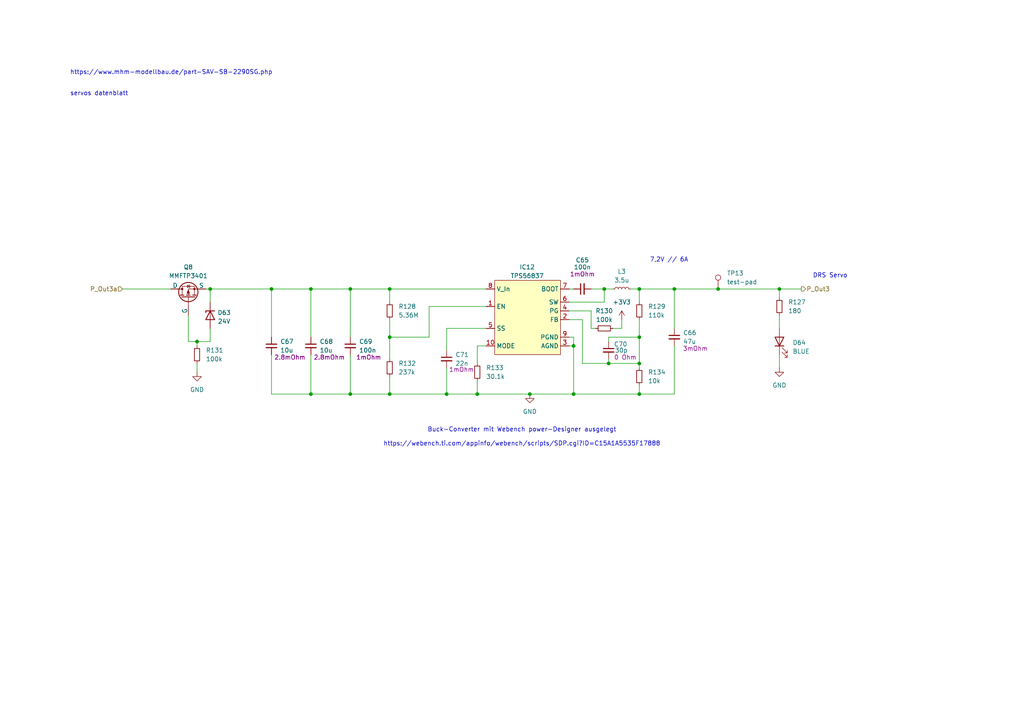
<source format=kicad_sch>
(kicad_sch (version 20231120) (generator "eeschema") (generator_version "8.0")
  (paper "A4")
  (title_block (title "PDU FT25") (date "2024-11-23") (rev "V1.1") (company "Janek Herm") (comment 1 "FaSTTUBe Electronics"))
  (lib_symbols
    (symbol "Connector:TestPoint" (pin_numbers hide) (pin_names (offset 0.762) hide)
      (property "Reference" "TP" (at 0 6.858 0))
      (property "Value" "TestPoint" (at 0 5.08 0))
      (symbol "TestPoint_0_1"
        (circle (center 0 3.302) (radius 0.762))
      )
      (symbol "TestPoint_1_1"
        (pin passive line (at 0 0 90) (length 2.54) (name "1") (number "1"))
      )
    )
    (symbol "Device:C_Small" (pin_numbers hide) (pin_names (offset 0.254) hide)
      (property "Reference" "C" (at 0.254 1.778 0))
      (property "Value" "C_Small" (at 0.254 -2.032 0))
      (symbol "C_Small_0_1"
        (polyline (pts (xy -1.524 -0.508) (xy 1.524 -0.508)) (stroke (width 0.3302)))
        (polyline (pts (xy -1.524 0.508) (xy 1.524 0.508)) (stroke (width 0.3048)))
      )
      (symbol "C_Small_1_1"
        (pin passive line (at 0 2.54 270) (length 2.032) (name "~") (number "1"))
        (pin passive line (at 0 -2.54 90) (length 2.032) (name "~") (number "2"))
      )
    )
    (symbol "Device:D_Zener" (pin_numbers hide) (pin_names (offset 1.016) hide)
      (property "Reference" "D" (at 0 2.54 0))
      (property "Value" "D_Zener" (at 0 -2.54 0))
      (symbol "D_Zener_0_1"
        (polyline (pts (xy 1.27 0) (xy -1.27 0)))
        (polyline (pts (xy -1.27 -1.27) (xy -1.27 1.27) (xy -0.762 1.27)) (stroke (width 0.254)))
        (polyline (pts (xy 1.27 -1.27) (xy 1.27 1.27) (xy -1.27 0) (xy 1.27 -1.27)) (stroke (width 0.254)))
      )
      (symbol "D_Zener_1_1"
        (pin passive line (at -3.81 0 0) (length 2.54) (name "K") (number "1"))
        (pin passive line (at 3.81 0 180) (length 2.54) (name "A") (number "2"))
      )
    )
    (symbol "Device:LED" (pin_numbers hide) (pin_names (offset 1.016) hide)
      (property "Reference" "D" (at 0 2.54 0))
      (property "Value" "LED" (at 0 -2.54 0))
      (symbol "LED_0_1"
        (polyline (pts (xy -1.27 -1.27) (xy -1.27 1.27)) (stroke (width 0.254)))
        (polyline (pts (xy -1.27 0) (xy 1.27 0)))
        (polyline (pts (xy 1.27 -1.27) (xy 1.27 1.27) (xy -1.27 0) (xy 1.27 -1.27)) (stroke (width 0.254)))
        (polyline (pts (xy -3.048 -0.762) (xy -4.572 -2.286) (xy -3.81 -2.286) (xy -4.572 -2.286) (xy -4.572 -1.524)))
        (polyline (pts (xy -1.778 -0.762) (xy -3.302 -2.286) (xy -2.54 -2.286) (xy -3.302 -2.286) (xy -3.302 -1.524)))
      )
      (symbol "LED_1_1"
        (pin passive line (at -3.81 0 0) (length 2.54) (name "K") (number "1"))
        (pin passive line (at 3.81 0 180) (length 2.54) (name "A") (number "2"))
      )
    )
    (symbol "Device:L_Small" (pin_numbers hide) (pin_names (offset 0.254) hide)
      (property "Reference" "L" (at 0.762 1.016 0))
      (property "Value" "L_Small" (at 0.762 -1.016 0))
      (symbol "L_Small_0_1"
        (arc (start 0 -2.032) (mid 0.5058 -1.524) (end 0 -1.016))
        (arc (start 0 -1.016) (mid 0.5058 -0.508) (end 0 0))
        (arc (start 0 0) (mid 0.5058 0.508) (end 0 1.016))
        (arc (start 0 1.016) (mid 0.5058 1.524) (end 0 2.032))
      )
      (symbol "L_Small_1_1"
        (pin passive line (at 0 2.54 270) (length 0.508) (name "~") (number "1"))
        (pin passive line (at 0 -2.54 90) (length 0.508) (name "~") (number "2"))
      )
    )
    (symbol "Device:R_Small" (pin_numbers hide) (pin_names (offset 0.254) hide)
      (property "Reference" "R" (at 0.762 0.508 0))
      (property "Value" "R_Small" (at 0.762 -1.016 0))
      (symbol "R_Small_0_1"
        (rectangle (start -0.762 1.778) (end 0.762 -1.778) (stroke (width 0.2032)))
      )
      (symbol "R_Small_1_1"
        (pin passive line (at 0 2.54 270) (length 0.762) (name "~") (number "1"))
        (pin passive line (at 0 -2.54 90) (length 0.762) (name "~") (number "2"))
      )
    )
    (symbol "FaSTTUBe_Voltage_Regulators:TPS56837"
      (property "Reference" "IC" (at -3.556 10.922 0))
      (property "Value" "TPS56837" (at -3.302 8.636 0))
      (symbol "TPS56837_1_1"
        (rectangle (start -12.7 7.62) (end 6.35 -13.97) (fill (type background)))
        (pin input line (at -15.24 0 0) (length 2.54) (name "EN") (number "1"))
        (pin input line (at -15.24 -11.43 0) (length 2.54) (name "MODE") (number "10"))
        (pin input line (at 8.89 -3.81 180) (length 2.54) (name "FB") (number "2"))
        (pin input line (at 8.89 -11.43 180) (length 2.54) (name "AGND") (number "3"))
        (pin input line (at 8.89 -1.27 180) (length 2.54) (name "PG") (number "4"))
        (pin input line (at -15.24 -6.35 0) (length 2.54) (name "SS") (number "5"))
        (pin input line (at 8.89 1.27 180) (length 2.54) (name "SW") (number "6"))
        (pin input line (at 8.89 5.08 180) (length 2.54) (name "BOOT") (number "7"))
        (pin input line (at -15.24 5.08 0) (length 2.54) (name "V_In") (number "8"))
        (pin input line (at 8.89 -8.89 180) (length 2.54) (name "PGND") (number "9"))
      )
    )
    (symbol "Simulation_SPICE:PMOS" (pin_numbers hide) (pin_names (offset 0))
      (property "Reference" "Q" (at 5.08 1.27 0))
      (property "Value" "PMOS" (at 5.08 -1.27 0))
      (symbol "PMOS_0_1"
        (polyline (pts (xy 0.254 0) (xy -2.54 0)))
        (polyline (pts (xy 0.254 1.905) (xy 0.254 -1.905)) (stroke (width 0.254)))
        (polyline (pts (xy 0.762 -1.27) (xy 0.762 -2.286)) (stroke (width 0.254)))
        (polyline (pts (xy 0.762 0.508) (xy 0.762 -0.508)) (stroke (width 0.254)))
        (polyline (pts (xy 0.762 2.286) (xy 0.762 1.27)) (stroke (width 0.254)))
        (polyline (pts (xy 2.54 2.54) (xy 2.54 1.778)))
        (polyline (pts (xy 2.54 -2.54) (xy 2.54 0) (xy 0.762 0)))
        (polyline (pts (xy 0.762 1.778) (xy 3.302 1.778) (xy 3.302 -1.778) (xy 0.762 -1.778)))
        (polyline (pts (xy 2.286 0) (xy 1.27 0.381) (xy 1.27 -0.381) (xy 2.286 0)) (fill (type outline)))
        (polyline (pts (xy 2.794 -0.508) (xy 2.921 -0.381) (xy 3.683 -0.381) (xy 3.81 -0.254)))
        (polyline (pts (xy 3.302 -0.381) (xy 2.921 0.254) (xy 3.683 0.254) (xy 3.302 -0.381)))
        (circle (center 1.651 0) (radius 2.794) (stroke (width 0.254)))
        (circle (center 2.54 -1.778) (radius 0.254) (fill (type outline)))
        (circle (center 2.54 1.778) (radius 0.254) (fill (type outline)))
      )
      (symbol "PMOS_1_1"
        (pin passive line (at 2.54 5.08 270) (length 2.54) (name "D") (number "1"))
        (pin input line (at -5.08 0 0) (length 2.54) (name "G") (number "2"))
        (pin passive line (at 2.54 -5.08 90) (length 2.54) (name "S") (number "3"))
      )
    )
    (symbol "power:+3.3V" (power) (pin_numbers hide) (pin_names (offset 0) hide)
      (property "Value" "+3.3V" (at 0 3.556 0))
      (symbol "+3.3V_0_1"
        (polyline (pts (xy -0.762 1.27) (xy 0 2.54)))
        (polyline (pts (xy 0 0) (xy 0 2.54)))
        (polyline (pts (xy 0 2.54) (xy 0.762 1.27)))
      )
      (symbol "+3.3V_1_1"
        (pin power_in line (at 0 0 90) (length 0) (name "~") (number "1"))
      )
    )
    (symbol "power:GND" (power) (pin_numbers hide) (pin_names (offset 0) hide)
      (property "Value" "GND" (at 0 -3.81 0))
      (symbol "GND_0_1"
        (polyline (pts (xy 0 0) (xy 0 -1.27) (xy 1.27 -1.27) (xy 0 -2.54) (xy -1.27 -1.27) (xy 0 -1.27)))
      )
      (symbol "GND_1_1"
        (pin power_in line (at 0 0 270) (length 0) (name "~") (number "1"))
      )
    )
  )
  (junction (at 113.03 114.3))
  (junction (at 226.06 83.82))
  (junction (at 195.58 83.82))
  (junction (at 185.42 105.41))
  (junction (at 113.03 83.82))
  (junction (at 185.42 83.82))
  (junction (at 101.6 114.3))
  (junction (at 129.54 114.3))
  (junction (at 208.28 83.82))
  (junction (at 185.42 114.3))
  (junction (at 176.53 105.41))
  (junction (at 101.6 83.82))
  (junction (at 57.15 99.06))
  (junction (at 185.42 97.79))
  (junction (at 90.17 83.82))
  (junction (at 153.67 114.3))
  (junction (at 78.74 83.82))
  (junction (at 138.43 114.3))
  (junction (at 175.26 83.82))
  (junction (at 166.37 114.3))
  (junction (at 113.03 97.79))
  (junction (at 166.37 100.33))
  (junction (at 90.17 114.3))
  (junction (at 60.96 83.82))
  (wire (pts (xy 124.46 88.9) (xy 124.46 97.79)))
  (wire (pts (xy 113.03 109.22) (xy 113.03 114.3)))
  (wire (pts (xy 165.1 92.71) (xy 168.91 92.71)))
  (wire (pts (xy 166.37 100.33) (xy 166.37 114.3)))
  (wire (pts (xy 226.06 83.82) (xy 226.06 86.36)))
  (wire (pts (xy 176.53 105.41) (xy 185.42 105.41)))
  (wire (pts (xy 226.06 102.87) (xy 226.06 106.68)))
  (wire (pts (xy 180.34 95.25) (xy 180.34 92.71)))
  (wire (pts (xy 226.06 91.44) (xy 226.06 95.25)))
  (wire (pts (xy 185.42 92.71) (xy 185.42 97.79)))
  (wire (pts (xy 60.96 83.82) (xy 78.74 83.82)))
  (wire (pts (xy 101.6 102.87) (xy 101.6 114.3)))
  (wire (pts (xy 35.56 83.82) (xy 49.53 83.82)))
  (wire (pts (xy 90.17 102.87) (xy 90.17 114.3)))
  (wire (pts (xy 57.15 100.33) (xy 57.15 99.06)))
  (wire (pts (xy 90.17 83.82) (xy 90.17 97.79)))
  (wire (pts (xy 185.42 111.76) (xy 185.42 114.3)))
  (wire (pts (xy 140.97 88.9) (xy 124.46 88.9)))
  (wire (pts (xy 177.8 83.82) (xy 175.26 83.82)))
  (wire (pts (xy 171.45 90.17) (xy 171.45 95.25)))
  (wire (pts (xy 54.61 99.06) (xy 57.15 99.06)))
  (wire (pts (xy 60.96 99.06) (xy 57.15 99.06)))
  (wire (pts (xy 129.54 106.68) (xy 129.54 114.3)))
  (wire (pts (xy 101.6 83.82) (xy 101.6 97.79)))
  (wire (pts (xy 175.26 87.63) (xy 175.26 83.82)))
  (wire (pts (xy 208.28 83.82) (xy 226.06 83.82)))
  (wire (pts (xy 185.42 97.79) (xy 185.42 105.41)))
  (wire (pts (xy 185.42 83.82) (xy 185.42 87.63)))
  (wire (pts (xy 166.37 114.3) (xy 185.42 114.3)))
  (wire (pts (xy 166.37 97.79) (xy 166.37 100.33)))
  (wire (pts (xy 165.1 87.63) (xy 175.26 87.63)))
  (wire (pts (xy 59.69 83.82) (xy 60.96 83.82)))
  (wire (pts (xy 138.43 110.49) (xy 138.43 114.3)))
  (wire (pts (xy 124.46 97.79) (xy 113.03 97.79)))
  (wire (pts (xy 185.42 114.3) (xy 195.58 114.3)))
  (wire (pts (xy 226.06 83.82) (xy 232.41 83.82)))
  (wire (pts (xy 185.42 83.82) (xy 195.58 83.82)))
  (wire (pts (xy 195.58 100.33) (xy 195.58 114.3)))
  (wire (pts (xy 113.03 114.3) (xy 129.54 114.3)))
  (wire (pts (xy 138.43 114.3) (xy 153.67 114.3)))
  (wire (pts (xy 113.03 92.71) (xy 113.03 97.79)))
  (wire (pts (xy 165.1 83.82) (xy 166.37 83.82)))
  (wire (pts (xy 195.58 83.82) (xy 195.58 95.25)))
  (wire (pts (xy 176.53 105.41) (xy 176.53 104.14)))
  (wire (pts (xy 78.74 102.87) (xy 78.74 114.3)))
  (wire (pts (xy 54.61 91.44) (xy 54.61 99.06)))
  (wire (pts (xy 78.74 114.3) (xy 90.17 114.3)))
  (wire (pts (xy 57.15 105.41) (xy 57.15 107.95)))
  (wire (pts (xy 165.1 90.17) (xy 171.45 90.17)))
  (wire (pts (xy 165.1 97.79) (xy 166.37 97.79)))
  (wire (pts (xy 171.45 95.25) (xy 172.72 95.25)))
  (wire (pts (xy 165.1 100.33) (xy 166.37 100.33)))
  (wire (pts (xy 140.97 100.33) (xy 138.43 100.33)))
  (wire (pts (xy 138.43 100.33) (xy 138.43 105.41)))
  (wire (pts (xy 90.17 83.82) (xy 101.6 83.82)))
  (wire (pts (xy 185.42 105.41) (xy 185.42 106.68)))
  (wire (pts (xy 168.91 92.71) (xy 168.91 105.41)))
  (wire (pts (xy 129.54 114.3) (xy 138.43 114.3)))
  (wire (pts (xy 113.03 83.82) (xy 113.03 87.63)))
  (wire (pts (xy 182.88 83.82) (xy 185.42 83.82)))
  (wire (pts (xy 171.45 83.82) (xy 175.26 83.82)))
  (wire (pts (xy 60.96 83.82) (xy 60.96 87.63)))
  (wire (pts (xy 60.96 95.25) (xy 60.96 99.06)))
  (wire (pts (xy 177.8 95.25) (xy 180.34 95.25)))
  (wire (pts (xy 140.97 95.25) (xy 129.54 95.25)))
  (wire (pts (xy 101.6 83.82) (xy 113.03 83.82)))
  (wire (pts (xy 78.74 83.82) (xy 90.17 83.82)))
  (wire (pts (xy 78.74 83.82) (xy 78.74 97.79)))
  (wire (pts (xy 113.03 97.79) (xy 113.03 104.14)))
  (wire (pts (xy 129.54 95.25) (xy 129.54 101.6)))
  (wire (pts (xy 168.91 105.41) (xy 176.53 105.41)))
  (wire (pts (xy 176.53 97.79) (xy 176.53 99.06)))
  (wire (pts (xy 101.6 114.3) (xy 113.03 114.3)))
  (wire (pts (xy 195.58 83.82) (xy 208.28 83.82)))
  (wire (pts (xy 153.67 114.3) (xy 166.37 114.3)))
  (wire (pts (xy 113.03 83.82) (xy 140.97 83.82)))
  (wire (pts (xy 90.17 114.3) (xy 101.6 114.3)))
  (wire (pts (xy 176.53 97.79) (xy 185.42 97.79)))
  (text "DRS Servo" (at 240.792 80.01 0) (effects (font (size 1.27 1.27))))
  (text "7,2V // 6A" (at 194.056 75.438 0) (effects (font (size 1.27 1.27))))
  (text "https://www.mhm-modellbau.de/part-SAV-SB-2290SG.php\n\n\nservos datenblatt" (at 20.32 27.94 0) (effects (font (size 1.27 1.27)) (justify left bottom)))
  (text "Buck-Converter mit Webench power-Designer ausgelegt\n\nhttps://webench.ti.com/appinfo/webench/scripts/SDP.cgi?ID=C15A1A5535F17888" (at 151.384 126.746 0) (effects (font (size 1.27 1.27))))
  (hierarchical_label "P_Out3" (shape output) (at 232.41 83.82 0))
  (hierarchical_label "P_Out3a" (shape input) (at 35.56 83.82 180))
  (symbol (lib_id "Device:R_Small") (at 185.42 109.22 0) (unit 1)
    (property "Reference" "R134" (at 187.96 107.9499 0) (effects (justify left)))
    (property "Value" "10k" (at 187.96 110.4899 0) (effects (justify left)))
    (property "Footprint" "Resistor_SMD:R_0603_1608Metric_Pad0.98x0.95mm_HandSolder" (effects (hide yes)))
    (property "Description" "Resistor, small symbol" (effects (hide yes)))
  )
  (symbol (lib_id "power:GND") (at 57.15 107.95 0) (unit 1)
    (property "Reference" "#PWR0190" (effects (hide yes)))
    (property "Value" "GND" (at 57.15 113.03 0))
    (property "Description" "Power symbol creates a global label with name \"GND\" , ground" (effects (hide yes)))
  )
  (symbol (lib_id "Simulation_SPICE:PMOS") (at 54.61 86.36 90) (unit 1)
    (property "Reference" "Q8" (at 54.61 77.47 90))
    (property "Value" "MMFTP3401" (at 54.61 80.01 90))
    (property "Footprint" "Package_TO_SOT_SMD:SOT-23" (effects (hide yes)))
    (property "Datasheet" "https://diotec.com/request/datasheet/mmftp3401.pdf" (effects (hide yes)))
    (property "Description" "P-MOSFET transistor, drain/source/gate" (effects (hide yes)))
    (property "Sim.Device" "PMOS" (effects (hide yes)))
    (property "Sim.Type" "VDMOS" (effects (hide yes)))
    (property "Sim.Pins" "1=D 2=G 3=S" (effects (hide yes)))
  )
  (symbol (lib_id "Connector:TestPoint") (at 208.28 83.82 0) (unit 1)
    (property "Reference" "TP13" (at 210.82 79.2479 0) (effects (justify left)))
    (property "Value" "test-pad" (at 210.82 81.7879 0) (effects (justify left)))
    (property "Description" "test point" (effects (hide yes)))
  )
  (symbol (lib_id "Device:C_Small") (at 78.74 100.33 0) (unit 1)
    (property "Reference" "C67" (at 81.28 99.0662 0) (effects (justify left)))
    (property "Value" "10u" (at 81.28 101.6062 0) (effects (justify left)))
    (property "Footprint" "Capacitor_SMD:C_1210_3225Metric_Pad1.33x2.70mm_HandSolder" (effects (hide yes)))
    (property "Description" "Unpolarized capacitor, small symbol" (effects (hide yes)))
    (property "Resistance" "2.8mOhm" (at 84.074 103.632 0))
  )
  (symbol (lib_id "Device:LED") (at 226.06 99.06 90) (unit 1)
    (property "Reference" "D64" (at 229.87 99.3774 90) (effects (justify right)))
    (property "Value" "BLUE" (at 229.87 101.9174 90) (effects (justify right)))
    (property "Footprint" "Resistor_SMD:R_0603_1608Metric_Pad0.98x0.95mm_HandSolder" (effects (hide yes)))
    (property "Datasheet" "https://www.we-online.com/components/products/datasheet/150060BS75000.pdf" (effects (hide yes)))
    (property "Description" "Light emitting diode" (effects (hide yes)))
    (property "MPR" "150060BS75000" (effects (hide yes)))
  )
  (symbol (lib_id "Device:C_Small") (at 129.54 104.14 0) (unit 1)
    (property "Reference" "C71" (at 132.08 102.8762 0) (effects (justify left)))
    (property "Value" "22n" (at 132.08 105.4162 0) (effects (justify left)))
    (property "Footprint" "Capacitor_SMD:C_0402_1005Metric_Pad0.74x0.62mm_HandSolder" (effects (hide yes)))
    (property "Description" "Unpolarized capacitor, small symbol" (effects (hide yes)))
    (property "Resistance" "1mOhm" (at 133.858 107.188 0))
  )
  (symbol (lib_id "Device:C_Small") (at 101.6 100.33 0) (unit 1)
    (property "Reference" "C69" (at 104.14 99.0662 0) (effects (justify left)))
    (property "Value" "100n" (at 104.14 101.6062 0) (effects (justify left)))
    (property "Footprint" "Capacitor_SMD:C_0805_2012Metric_Pad1.18x1.45mm_HandSolder" (effects (hide yes)))
    (property "Description" "Unpolarized capacitor, small symbol" (effects (hide yes)))
    (property "Resistance" "1mOhm" (at 106.934 103.632 0))
  )
  (symbol (lib_id "FaSTTUBe_Voltage_Regulators:TPS56837") (at 156.21 88.9 0) (unit 1)
    (property "Reference" "IC12" (at 152.908 77.47 0))
    (property "Value" "TPS56837" (at 152.908 80.01 0))
    (property "Footprint" "FaSTTUBe_Voltage_Regulators:RPA0010A-MFG" (effects (hide yes)))
    (property "Datasheet" "https://www.ti.com/lit/ds/symlink/tps56837.pdf?ts=1731338435977" (effects (hide yes)))
  )
  (symbol (lib_id "Device:R_Small") (at 138.43 107.95 0) (unit 1)
    (property "Reference" "R133" (at 140.97 106.6799 0) (effects (justify left)))
    (property "Value" "30.1k" (at 140.97 109.2199 0) (effects (justify left)))
    (property "Footprint" "Resistor_SMD:R_0603_1608Metric_Pad0.98x0.95mm_HandSolder" (effects (hide yes)))
    (property "Description" "Resistor, small symbol" (effects (hide yes)))
  )
  (symbol (lib_id "power:GND") (at 153.67 114.3 0) (unit 1)
    (property "Reference" "#PWR0191" (effects (hide yes)))
    (property "Value" "GND" (at 153.67 119.38 0))
    (property "Description" "Power symbol creates a global label with name \"GND\" , ground" (effects (hide yes)))
  )
  (symbol (lib_id "Device:C_Small") (at 195.58 97.79 0) (unit 1)
    (property "Reference" "C66" (at 198.12 96.5262 0) (effects (justify left)))
    (property "Value" "47u" (at 198.12 99.0662 0) (effects (justify left)))
    (property "Footprint" "Capacitor_SMD:C_1210_3225Metric_Pad1.33x2.70mm_HandSolder" (effects (hide yes)))
    (property "Description" "Unpolarized capacitor, small symbol" (effects (hide yes)))
    (property "Resistance" "3mOhm" (at 201.676 101.092 0))
  )
  (symbol (lib_id "Device:R_Small") (at 57.15 102.87 0) (unit 1)
    (property "Reference" "R131" (at 59.69 101.5999 0) (effects (justify left)))
    (property "Value" "100k" (at 59.69 104.1399 0) (effects (justify left)))
    (property "Description" "Resistor, small symbol" (effects (hide yes)))
  )
  (symbol (lib_id "Device:R_Small") (at 226.06 88.9 0) (unit 1)
    (property "Reference" "R127" (at 228.6 87.6299 0) (effects (justify left)))
    (property "Value" "180" (at 228.6 90.1699 0) (effects (justify left)))
    (property "Footprint" "Resistor_SMD:R_0603_1608Metric_Pad0.98x0.95mm_HandSolder" (effects (hide yes)))
    (property "Description" "Resistor, small symbol" (effects (hide yes)))
  )
  (symbol (lib_id "Device:R_Small") (at 113.03 106.68 0) (unit 1)
    (property "Reference" "R132" (at 115.57 105.4099 0) (effects (justify left)))
    (property "Value" "237k" (at 115.57 107.9499 0) (effects (justify left)))
    (property "Footprint" "Resistor_SMD:R_0603_1608Metric_Pad0.98x0.95mm_HandSolder" (effects (hide yes)))
    (property "Description" "Resistor, small symbol" (effects (hide yes)))
  )
  (symbol (lib_id "Device:C_Small") (at 176.53 101.6 0) (unit 1)
    (property "Reference" "C70" (at 178.054 99.8282 0) (effects (justify left)))
    (property "Value" "30p" (at 178.308 101.6062 0) (effects (justify left)))
    (property "Footprint" "Capacitor_SMD:C_0603_1608Metric_Pad1.08x0.95mm_HandSolder" (effects (hide yes)))
    (property "Description" "Unpolarized capacitor, small symbol" (effects (hide yes)))
    (property "Resistance" "0 Ohm" (at 181.356 103.632 0))
  )
  (symbol (lib_id "Device:L_Small") (at 180.34 83.82 90) (unit 1)
    (property "Reference" "L3" (at 180.34 78.74 90))
    (property "Value" "3.5u" (at 180.34 81.28 90))
    (property "Footprint" "WE-PD:WE-PD_1260_1245_1280_121054" (effects (hide yes)))
    (property "Datasheet" "https://www.we-online.com/components/products/datasheet/7447709003.pdf" (effects (hide yes)))
    (property "Description" "Inductor, small symbol" (effects (hide yes)))
  )
  (symbol (lib_id "Device:C_Small") (at 90.17 100.33 0) (unit 1)
    (property "Reference" "C68" (at 92.71 99.0662 0) (effects (justify left)))
    (property "Value" "10u" (at 92.71 101.6062 0) (effects (justify left)))
    (property "Footprint" "Capacitor_SMD:C_1210_3225Metric_Pad1.33x2.70mm_HandSolder" (effects (hide yes)))
    (property "Description" "Unpolarized capacitor, small symbol" (effects (hide yes)))
    (property "Resistance" "2.8mOhm" (at 95.504 103.632 0))
  )
  (symbol (lib_id "Device:R_Small") (at 185.42 90.17 0) (unit 1)
    (property "Reference" "R129" (at 187.96 88.8999 0) (effects (justify left)))
    (property "Value" "110k" (at 187.96 91.4399 0) (effects (justify left)))
    (property "Footprint" "Resistor_SMD:R_0603_1608Metric_Pad0.98x0.95mm_HandSolder" (effects (hide yes)))
    (property "Description" "Resistor, small symbol" (effects (hide yes)))
  )
  (symbol (lib_id "power:GND") (at 226.06 106.68 0) (unit 1)
    (property "Reference" "#PWR0189" (effects (hide yes)))
    (property "Value" "GND" (at 226.06 111.76 0))
    (property "Description" "Power symbol creates a global label with name \"GND\" , ground" (effects (hide yes)))
  )
  (symbol (lib_id "Device:D_Zener") (at 60.96 91.44 90) (mirror x) (unit 1)
    (property "Reference" "D63" (at 65.024 90.678 90))
    (property "Value" "24V" (at 65.024 93.218 90))
    (property "Footprint" "3SMAJ5934B-TP:DIOM5226X244N" (effects (hide yes)))
    (property "Datasheet" "https://www.mouser.de/datasheet/2/258/3SMAJ5918B_3SMAJ5956B_SMA_-3423242.pdf" (effects (hide yes)))
    (property "Description" "Zener diode" (effects (hide yes)))
    (property "MPR" "3SMAJ5934B-TP" (effects (hide yes)))
  )
  (symbol (lib_id "Device:C_Small") (at 168.91 83.82 90) (unit 1)
    (property "Reference" "C65" (at 168.9163 75.438 90))
    (property "Value" "100n" (at 168.9163 77.47 90))
    (property "Footprint" "Capacitor_SMD:C_0402_1005Metric_Pad0.74x0.62mm_HandSolder" (effects (hide yes)))
    (property "Description" "Unpolarized capacitor, small symbol" (effects (hide yes)))
    (property "Resistance" "1mOhm" (at 168.91 79.502 90))
  )
  (symbol (lib_id "power:+3.3V") (at 180.34 92.71 0) (unit 1)
    (property "Reference" "#PWR0188" (effects (hide yes)))
    (property "Value" "+3V3" (at 180.34 87.63 0))
    (property "Description" "Power symbol creates a global label with name \"+3.3V\"" (effects (hide yes)))
  )
  (symbol (lib_id "Device:R_Small") (at 113.03 90.17 0) (unit 1)
    (property "Reference" "R128" (at 115.57 88.8999 0) (effects (justify left)))
    (property "Value" "5.36M" (at 115.57 91.4399 0) (effects (justify left)))
    (property "Footprint" "Resistor_SMD:R_0603_1608Metric_Pad0.98x0.95mm_HandSolder" (effects (hide yes)))
    (property "Description" "Resistor, small symbol" (effects (hide yes)))
  )
  (symbol (lib_id "Device:R_Small") (at 175.26 95.25 90) (unit 1)
    (property "Reference" "R130" (at 175.26 90.17 90))
    (property "Value" "100k" (at 175.26 92.71 90))
    (property "Footprint" "Resistor_SMD:R_0603_1608Metric_Pad0.98x0.95mm_HandSolder" (effects (hide yes)))
    (property "Description" "Resistor, small symbol" (effects (hide yes)))
  )
)
</source>
